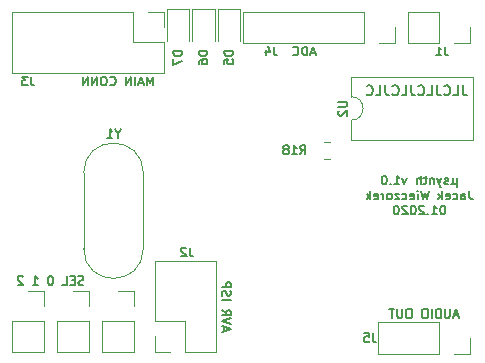
<source format=gbr>
G04 #@! TF.GenerationSoftware,KiCad,Pcbnew,5.1.5*
G04 #@! TF.CreationDate,2020-04-28T14:05:52+02:00*
G04 #@! TF.ProjectId,avr-wave,6176722d-7761-4766-952e-6b696361645f,2*
G04 #@! TF.SameCoordinates,Original*
G04 #@! TF.FileFunction,Legend,Bot*
G04 #@! TF.FilePolarity,Positive*
%FSLAX46Y46*%
G04 Gerber Fmt 4.6, Leading zero omitted, Abs format (unit mm)*
G04 Created by KiCad (PCBNEW 5.1.5) date 2020-04-28 14:05:52*
%MOMM*%
%LPD*%
G04 APERTURE LIST*
%ADD10C,0.150000*%
%ADD11C,0.120000*%
%ADD12C,0.100000*%
%ADD13C,1.602000*%
%ADD14O,1.702000X1.702000*%
%ADD15R,1.702000X1.702000*%
%ADD16O,1.802000X1.802000*%
%ADD17R,1.802000X1.802000*%
G04 APERTURE END LIST*
D10*
X158726190Y-66734523D02*
X158726190Y-67341666D01*
X158766666Y-67463095D01*
X158847619Y-67544047D01*
X158969047Y-67584523D01*
X159050000Y-67584523D01*
X157916666Y-67584523D02*
X158321428Y-67584523D01*
X158321428Y-66734523D01*
X157147619Y-67503571D02*
X157188095Y-67544047D01*
X157309523Y-67584523D01*
X157390476Y-67584523D01*
X157511904Y-67544047D01*
X157592857Y-67463095D01*
X157633333Y-67382142D01*
X157673809Y-67220238D01*
X157673809Y-67098809D01*
X157633333Y-66936904D01*
X157592857Y-66855952D01*
X157511904Y-66775000D01*
X157390476Y-66734523D01*
X157309523Y-66734523D01*
X157188095Y-66775000D01*
X157147619Y-66815476D01*
X156540476Y-66734523D02*
X156540476Y-67341666D01*
X156580952Y-67463095D01*
X156661904Y-67544047D01*
X156783333Y-67584523D01*
X156864285Y-67584523D01*
X155730952Y-67584523D02*
X156135714Y-67584523D01*
X156135714Y-66734523D01*
X154961904Y-67503571D02*
X155002380Y-67544047D01*
X155123809Y-67584523D01*
X155204761Y-67584523D01*
X155326190Y-67544047D01*
X155407142Y-67463095D01*
X155447619Y-67382142D01*
X155488095Y-67220238D01*
X155488095Y-67098809D01*
X155447619Y-66936904D01*
X155407142Y-66855952D01*
X155326190Y-66775000D01*
X155204761Y-66734523D01*
X155123809Y-66734523D01*
X155002380Y-66775000D01*
X154961904Y-66815476D01*
X154354761Y-66734523D02*
X154354761Y-67341666D01*
X154395238Y-67463095D01*
X154476190Y-67544047D01*
X154597619Y-67584523D01*
X154678571Y-67584523D01*
X153545238Y-67584523D02*
X153950000Y-67584523D01*
X153950000Y-66734523D01*
X152776190Y-67503571D02*
X152816666Y-67544047D01*
X152938095Y-67584523D01*
X153019047Y-67584523D01*
X153140476Y-67544047D01*
X153221428Y-67463095D01*
X153261904Y-67382142D01*
X153302380Y-67220238D01*
X153302380Y-67098809D01*
X153261904Y-66936904D01*
X153221428Y-66855952D01*
X153140476Y-66775000D01*
X153019047Y-66734523D01*
X152938095Y-66734523D01*
X152816666Y-66775000D01*
X152776190Y-66815476D01*
X152169047Y-66734523D02*
X152169047Y-67341666D01*
X152209523Y-67463095D01*
X152290476Y-67544047D01*
X152411904Y-67584523D01*
X152492857Y-67584523D01*
X151359523Y-67584523D02*
X151764285Y-67584523D01*
X151764285Y-66734523D01*
X150590476Y-67503571D02*
X150630952Y-67544047D01*
X150752380Y-67584523D01*
X150833333Y-67584523D01*
X150954761Y-67544047D01*
X151035714Y-67463095D01*
X151076190Y-67382142D01*
X151116666Y-67220238D01*
X151116666Y-67098809D01*
X151076190Y-66936904D01*
X151035714Y-66855952D01*
X150954761Y-66775000D01*
X150833333Y-66734523D01*
X150752380Y-66734523D01*
X150630952Y-66775000D01*
X150590476Y-66815476D01*
X126610714Y-83615571D02*
X126503571Y-83651285D01*
X126325000Y-83651285D01*
X126253571Y-83615571D01*
X126217857Y-83579857D01*
X126182142Y-83508428D01*
X126182142Y-83437000D01*
X126217857Y-83365571D01*
X126253571Y-83329857D01*
X126325000Y-83294142D01*
X126467857Y-83258428D01*
X126539285Y-83222714D01*
X126575000Y-83187000D01*
X126610714Y-83115571D01*
X126610714Y-83044142D01*
X126575000Y-82972714D01*
X126539285Y-82937000D01*
X126467857Y-82901285D01*
X126289285Y-82901285D01*
X126182142Y-82937000D01*
X125860714Y-83258428D02*
X125610714Y-83258428D01*
X125503571Y-83651285D02*
X125860714Y-83651285D01*
X125860714Y-82901285D01*
X125503571Y-82901285D01*
X124825000Y-83651285D02*
X125182142Y-83651285D01*
X125182142Y-82901285D01*
X123860714Y-82901285D02*
X123789285Y-82901285D01*
X123717857Y-82937000D01*
X123682142Y-82972714D01*
X123646428Y-83044142D01*
X123610714Y-83187000D01*
X123610714Y-83365571D01*
X123646428Y-83508428D01*
X123682142Y-83579857D01*
X123717857Y-83615571D01*
X123789285Y-83651285D01*
X123860714Y-83651285D01*
X123932142Y-83615571D01*
X123967857Y-83579857D01*
X124003571Y-83508428D01*
X124039285Y-83365571D01*
X124039285Y-83187000D01*
X124003571Y-83044142D01*
X123967857Y-82972714D01*
X123932142Y-82937000D01*
X123860714Y-82901285D01*
X122325000Y-83651285D02*
X122753571Y-83651285D01*
X122539285Y-83651285D02*
X122539285Y-82901285D01*
X122610714Y-83008428D01*
X122682142Y-83079857D01*
X122753571Y-83115571D01*
X121467857Y-82972714D02*
X121432142Y-82937000D01*
X121360714Y-82901285D01*
X121182142Y-82901285D01*
X121110714Y-82937000D01*
X121075000Y-82972714D01*
X121039285Y-83044142D01*
X121039285Y-83115571D01*
X121075000Y-83222714D01*
X121503571Y-83651285D01*
X121039285Y-83651285D01*
X132522142Y-66760285D02*
X132522142Y-66010285D01*
X132272142Y-66546000D01*
X132022142Y-66010285D01*
X132022142Y-66760285D01*
X131700714Y-66546000D02*
X131343571Y-66546000D01*
X131772142Y-66760285D02*
X131522142Y-66010285D01*
X131272142Y-66760285D01*
X131022142Y-66760285D02*
X131022142Y-66010285D01*
X130665000Y-66760285D02*
X130665000Y-66010285D01*
X130236428Y-66760285D01*
X130236428Y-66010285D01*
X128879285Y-66688857D02*
X128915000Y-66724571D01*
X129022142Y-66760285D01*
X129093571Y-66760285D01*
X129200714Y-66724571D01*
X129272142Y-66653142D01*
X129307857Y-66581714D01*
X129343571Y-66438857D01*
X129343571Y-66331714D01*
X129307857Y-66188857D01*
X129272142Y-66117428D01*
X129200714Y-66046000D01*
X129093571Y-66010285D01*
X129022142Y-66010285D01*
X128915000Y-66046000D01*
X128879285Y-66081714D01*
X128415000Y-66010285D02*
X128272142Y-66010285D01*
X128200714Y-66046000D01*
X128129285Y-66117428D01*
X128093571Y-66260285D01*
X128093571Y-66510285D01*
X128129285Y-66653142D01*
X128200714Y-66724571D01*
X128272142Y-66760285D01*
X128415000Y-66760285D01*
X128486428Y-66724571D01*
X128557857Y-66653142D01*
X128593571Y-66510285D01*
X128593571Y-66260285D01*
X128557857Y-66117428D01*
X128486428Y-66046000D01*
X128415000Y-66010285D01*
X127772142Y-66760285D02*
X127772142Y-66010285D01*
X127343571Y-66760285D01*
X127343571Y-66010285D01*
X126986428Y-66760285D02*
X126986428Y-66010285D01*
X126557857Y-66760285D01*
X126557857Y-66010285D01*
X146216571Y-64006000D02*
X145859428Y-64006000D01*
X146288000Y-64220285D02*
X146038000Y-63470285D01*
X145788000Y-64220285D01*
X145538000Y-64220285D02*
X145538000Y-63470285D01*
X145359428Y-63470285D01*
X145252285Y-63506000D01*
X145180857Y-63577428D01*
X145145142Y-63648857D01*
X145109428Y-63791714D01*
X145109428Y-63898857D01*
X145145142Y-64041714D01*
X145180857Y-64113142D01*
X145252285Y-64184571D01*
X145359428Y-64220285D01*
X145538000Y-64220285D01*
X144359428Y-64148857D02*
X144395142Y-64184571D01*
X144502285Y-64220285D01*
X144573714Y-64220285D01*
X144680857Y-64184571D01*
X144752285Y-64113142D01*
X144788000Y-64041714D01*
X144823714Y-63898857D01*
X144823714Y-63791714D01*
X144788000Y-63648857D01*
X144752285Y-63577428D01*
X144680857Y-63506000D01*
X144573714Y-63470285D01*
X144502285Y-63470285D01*
X144395142Y-63506000D01*
X144359428Y-63541714D01*
X158323000Y-86231000D02*
X157965857Y-86231000D01*
X158394428Y-86445285D02*
X158144428Y-85695285D01*
X157894428Y-86445285D01*
X157644428Y-85695285D02*
X157644428Y-86302428D01*
X157608714Y-86373857D01*
X157573000Y-86409571D01*
X157501571Y-86445285D01*
X157358714Y-86445285D01*
X157287285Y-86409571D01*
X157251571Y-86373857D01*
X157215857Y-86302428D01*
X157215857Y-85695285D01*
X156858714Y-86445285D02*
X156858714Y-85695285D01*
X156680142Y-85695285D01*
X156573000Y-85731000D01*
X156501571Y-85802428D01*
X156465857Y-85873857D01*
X156430142Y-86016714D01*
X156430142Y-86123857D01*
X156465857Y-86266714D01*
X156501571Y-86338142D01*
X156573000Y-86409571D01*
X156680142Y-86445285D01*
X156858714Y-86445285D01*
X156108714Y-86445285D02*
X156108714Y-85695285D01*
X155608714Y-85695285D02*
X155465857Y-85695285D01*
X155394428Y-85731000D01*
X155323000Y-85802428D01*
X155287285Y-85945285D01*
X155287285Y-86195285D01*
X155323000Y-86338142D01*
X155394428Y-86409571D01*
X155465857Y-86445285D01*
X155608714Y-86445285D01*
X155680142Y-86409571D01*
X155751571Y-86338142D01*
X155787285Y-86195285D01*
X155787285Y-85945285D01*
X155751571Y-85802428D01*
X155680142Y-85731000D01*
X155608714Y-85695285D01*
X154251571Y-85695285D02*
X154108714Y-85695285D01*
X154037285Y-85731000D01*
X153965857Y-85802428D01*
X153930142Y-85945285D01*
X153930142Y-86195285D01*
X153965857Y-86338142D01*
X154037285Y-86409571D01*
X154108714Y-86445285D01*
X154251571Y-86445285D01*
X154323000Y-86409571D01*
X154394428Y-86338142D01*
X154430142Y-86195285D01*
X154430142Y-85945285D01*
X154394428Y-85802428D01*
X154323000Y-85731000D01*
X154251571Y-85695285D01*
X153608714Y-85695285D02*
X153608714Y-86302428D01*
X153573000Y-86373857D01*
X153537285Y-86409571D01*
X153465857Y-86445285D01*
X153323000Y-86445285D01*
X153251571Y-86409571D01*
X153215857Y-86373857D01*
X153180142Y-86302428D01*
X153180142Y-85695285D01*
X152930142Y-85695285D02*
X152501571Y-85695285D01*
X152715857Y-86445285D02*
X152715857Y-85695285D01*
X138559000Y-87542428D02*
X138559000Y-87185285D01*
X138344714Y-87613857D02*
X139094714Y-87363857D01*
X138344714Y-87113857D01*
X139094714Y-86971000D02*
X138344714Y-86721000D01*
X139094714Y-86471000D01*
X138344714Y-85792428D02*
X138701857Y-86042428D01*
X138344714Y-86221000D02*
X139094714Y-86221000D01*
X139094714Y-85935285D01*
X139059000Y-85863857D01*
X139023285Y-85828142D01*
X138951857Y-85792428D01*
X138844714Y-85792428D01*
X138773285Y-85828142D01*
X138737571Y-85863857D01*
X138701857Y-85935285D01*
X138701857Y-86221000D01*
X138344714Y-84899571D02*
X139094714Y-84899571D01*
X138380428Y-84578142D02*
X138344714Y-84471000D01*
X138344714Y-84292428D01*
X138380428Y-84221000D01*
X138416142Y-84185285D01*
X138487571Y-84149571D01*
X138559000Y-84149571D01*
X138630428Y-84185285D01*
X138666142Y-84221000D01*
X138701857Y-84292428D01*
X138737571Y-84435285D01*
X138773285Y-84506714D01*
X138809000Y-84542428D01*
X138880428Y-84578142D01*
X138951857Y-84578142D01*
X139023285Y-84542428D01*
X139059000Y-84506714D01*
X139094714Y-84435285D01*
X139094714Y-84256714D01*
X139059000Y-84149571D01*
X138344714Y-83828142D02*
X139094714Y-83828142D01*
X139094714Y-83542428D01*
X139059000Y-83471000D01*
X139023285Y-83435285D01*
X138951857Y-83399571D01*
X138844714Y-83399571D01*
X138773285Y-83435285D01*
X138737571Y-83471000D01*
X138701857Y-83542428D01*
X138701857Y-83828142D01*
X158227714Y-74637285D02*
X158227714Y-75387285D01*
X157870571Y-75030142D02*
X157834857Y-75101571D01*
X157763428Y-75137285D01*
X158227714Y-75030142D02*
X158192000Y-75101571D01*
X158120571Y-75137285D01*
X157977714Y-75137285D01*
X157906285Y-75101571D01*
X157870571Y-75030142D01*
X157870571Y-74637285D01*
X157477714Y-75101571D02*
X157406285Y-75137285D01*
X157263428Y-75137285D01*
X157192000Y-75101571D01*
X157156285Y-75030142D01*
X157156285Y-74994428D01*
X157192000Y-74923000D01*
X157263428Y-74887285D01*
X157370571Y-74887285D01*
X157442000Y-74851571D01*
X157477714Y-74780142D01*
X157477714Y-74744428D01*
X157442000Y-74673000D01*
X157370571Y-74637285D01*
X157263428Y-74637285D01*
X157192000Y-74673000D01*
X156906285Y-74637285D02*
X156727714Y-75137285D01*
X156549142Y-74637285D02*
X156727714Y-75137285D01*
X156799142Y-75315857D01*
X156834857Y-75351571D01*
X156906285Y-75387285D01*
X156263428Y-74637285D02*
X156263428Y-75137285D01*
X156263428Y-74708714D02*
X156227714Y-74673000D01*
X156156285Y-74637285D01*
X156049142Y-74637285D01*
X155977714Y-74673000D01*
X155942000Y-74744428D01*
X155942000Y-75137285D01*
X155692000Y-74637285D02*
X155406285Y-74637285D01*
X155584857Y-74387285D02*
X155584857Y-75030142D01*
X155549142Y-75101571D01*
X155477714Y-75137285D01*
X155406285Y-75137285D01*
X155156285Y-75137285D02*
X155156285Y-74387285D01*
X154834857Y-75137285D02*
X154834857Y-74744428D01*
X154870571Y-74673000D01*
X154942000Y-74637285D01*
X155049142Y-74637285D01*
X155120571Y-74673000D01*
X155156285Y-74708714D01*
X153977714Y-74637285D02*
X153799142Y-75137285D01*
X153620571Y-74637285D01*
X152942000Y-75137285D02*
X153370571Y-75137285D01*
X153156285Y-75137285D02*
X153156285Y-74387285D01*
X153227714Y-74494428D01*
X153299142Y-74565857D01*
X153370571Y-74601571D01*
X152620571Y-75065857D02*
X152584857Y-75101571D01*
X152620571Y-75137285D01*
X152656285Y-75101571D01*
X152620571Y-75065857D01*
X152620571Y-75137285D01*
X152120571Y-74387285D02*
X152049142Y-74387285D01*
X151977714Y-74423000D01*
X151942000Y-74458714D01*
X151906285Y-74530142D01*
X151870571Y-74673000D01*
X151870571Y-74851571D01*
X151906285Y-74994428D01*
X151942000Y-75065857D01*
X151977714Y-75101571D01*
X152049142Y-75137285D01*
X152120571Y-75137285D01*
X152192000Y-75101571D01*
X152227714Y-75065857D01*
X152263428Y-74994428D01*
X152299142Y-74851571D01*
X152299142Y-74673000D01*
X152263428Y-74530142D01*
X152227714Y-74458714D01*
X152192000Y-74423000D01*
X152120571Y-74387285D01*
X159281285Y-75662285D02*
X159281285Y-76198000D01*
X159317000Y-76305142D01*
X159388428Y-76376571D01*
X159495571Y-76412285D01*
X159567000Y-76412285D01*
X158602714Y-76412285D02*
X158602714Y-76019428D01*
X158638428Y-75948000D01*
X158709857Y-75912285D01*
X158852714Y-75912285D01*
X158924142Y-75948000D01*
X158602714Y-76376571D02*
X158674142Y-76412285D01*
X158852714Y-76412285D01*
X158924142Y-76376571D01*
X158959857Y-76305142D01*
X158959857Y-76233714D01*
X158924142Y-76162285D01*
X158852714Y-76126571D01*
X158674142Y-76126571D01*
X158602714Y-76090857D01*
X157924142Y-76376571D02*
X157995571Y-76412285D01*
X158138428Y-76412285D01*
X158209857Y-76376571D01*
X158245571Y-76340857D01*
X158281285Y-76269428D01*
X158281285Y-76055142D01*
X158245571Y-75983714D01*
X158209857Y-75948000D01*
X158138428Y-75912285D01*
X157995571Y-75912285D01*
X157924142Y-75948000D01*
X157317000Y-76376571D02*
X157388428Y-76412285D01*
X157531285Y-76412285D01*
X157602714Y-76376571D01*
X157638428Y-76305142D01*
X157638428Y-76019428D01*
X157602714Y-75948000D01*
X157531285Y-75912285D01*
X157388428Y-75912285D01*
X157317000Y-75948000D01*
X157281285Y-76019428D01*
X157281285Y-76090857D01*
X157638428Y-76162285D01*
X156959857Y-76412285D02*
X156959857Y-75662285D01*
X156888428Y-76126571D02*
X156674142Y-76412285D01*
X156674142Y-75912285D02*
X156959857Y-76198000D01*
X155852714Y-75662285D02*
X155674142Y-76412285D01*
X155531285Y-75876571D01*
X155388428Y-76412285D01*
X155209857Y-75662285D01*
X154924142Y-76412285D02*
X154924142Y-75912285D01*
X154924142Y-75662285D02*
X154959857Y-75698000D01*
X154924142Y-75733714D01*
X154888428Y-75698000D01*
X154924142Y-75662285D01*
X154924142Y-75733714D01*
X154281285Y-76376571D02*
X154352714Y-76412285D01*
X154495571Y-76412285D01*
X154567000Y-76376571D01*
X154602714Y-76305142D01*
X154602714Y-76019428D01*
X154567000Y-75948000D01*
X154495571Y-75912285D01*
X154352714Y-75912285D01*
X154281285Y-75948000D01*
X154245571Y-76019428D01*
X154245571Y-76090857D01*
X154602714Y-76162285D01*
X153602714Y-76376571D02*
X153674142Y-76412285D01*
X153817000Y-76412285D01*
X153888428Y-76376571D01*
X153924142Y-76340857D01*
X153959857Y-76269428D01*
X153959857Y-76055142D01*
X153924142Y-75983714D01*
X153888428Y-75948000D01*
X153817000Y-75912285D01*
X153674142Y-75912285D01*
X153602714Y-75948000D01*
X153352714Y-75912285D02*
X152959857Y-75912285D01*
X153352714Y-76412285D01*
X152959857Y-76412285D01*
X152567000Y-76412285D02*
X152638428Y-76376571D01*
X152674142Y-76340857D01*
X152709857Y-76269428D01*
X152709857Y-76055142D01*
X152674142Y-75983714D01*
X152638428Y-75948000D01*
X152567000Y-75912285D01*
X152459857Y-75912285D01*
X152388428Y-75948000D01*
X152352714Y-75983714D01*
X152317000Y-76055142D01*
X152317000Y-76269428D01*
X152352714Y-76340857D01*
X152388428Y-76376571D01*
X152459857Y-76412285D01*
X152567000Y-76412285D01*
X151995571Y-76412285D02*
X151995571Y-75912285D01*
X151995571Y-76055142D02*
X151959857Y-75983714D01*
X151924142Y-75948000D01*
X151852714Y-75912285D01*
X151781285Y-75912285D01*
X151245571Y-76376571D02*
X151317000Y-76412285D01*
X151459857Y-76412285D01*
X151531285Y-76376571D01*
X151567000Y-76305142D01*
X151567000Y-76019428D01*
X151531285Y-75948000D01*
X151459857Y-75912285D01*
X151317000Y-75912285D01*
X151245571Y-75948000D01*
X151209857Y-76019428D01*
X151209857Y-76090857D01*
X151567000Y-76162285D01*
X150888428Y-76412285D02*
X150888428Y-75662285D01*
X150817000Y-76126571D02*
X150602714Y-76412285D01*
X150602714Y-75912285D02*
X150888428Y-76198000D01*
X157067000Y-76937285D02*
X156995571Y-76937285D01*
X156924142Y-76973000D01*
X156888428Y-77008714D01*
X156852714Y-77080142D01*
X156817000Y-77223000D01*
X156817000Y-77401571D01*
X156852714Y-77544428D01*
X156888428Y-77615857D01*
X156924142Y-77651571D01*
X156995571Y-77687285D01*
X157067000Y-77687285D01*
X157138428Y-77651571D01*
X157174142Y-77615857D01*
X157209857Y-77544428D01*
X157245571Y-77401571D01*
X157245571Y-77223000D01*
X157209857Y-77080142D01*
X157174142Y-77008714D01*
X157138428Y-76973000D01*
X157067000Y-76937285D01*
X156102714Y-77687285D02*
X156531285Y-77687285D01*
X156317000Y-77687285D02*
X156317000Y-76937285D01*
X156388428Y-77044428D01*
X156459857Y-77115857D01*
X156531285Y-77151571D01*
X155781285Y-77615857D02*
X155745571Y-77651571D01*
X155781285Y-77687285D01*
X155817000Y-77651571D01*
X155781285Y-77615857D01*
X155781285Y-77687285D01*
X155459857Y-77008714D02*
X155424142Y-76973000D01*
X155352714Y-76937285D01*
X155174142Y-76937285D01*
X155102714Y-76973000D01*
X155067000Y-77008714D01*
X155031285Y-77080142D01*
X155031285Y-77151571D01*
X155067000Y-77258714D01*
X155495571Y-77687285D01*
X155031285Y-77687285D01*
X154567000Y-76937285D02*
X154495571Y-76937285D01*
X154424142Y-76973000D01*
X154388428Y-77008714D01*
X154352714Y-77080142D01*
X154317000Y-77223000D01*
X154317000Y-77401571D01*
X154352714Y-77544428D01*
X154388428Y-77615857D01*
X154424142Y-77651571D01*
X154495571Y-77687285D01*
X154567000Y-77687285D01*
X154638428Y-77651571D01*
X154674142Y-77615857D01*
X154709857Y-77544428D01*
X154745571Y-77401571D01*
X154745571Y-77223000D01*
X154709857Y-77080142D01*
X154674142Y-77008714D01*
X154638428Y-76973000D01*
X154567000Y-76937285D01*
X154031285Y-77008714D02*
X153995571Y-76973000D01*
X153924142Y-76937285D01*
X153745571Y-76937285D01*
X153674142Y-76973000D01*
X153638428Y-77008714D01*
X153602714Y-77080142D01*
X153602714Y-77151571D01*
X153638428Y-77258714D01*
X154067000Y-77687285D01*
X153602714Y-77687285D01*
X153138428Y-76937285D02*
X153067000Y-76937285D01*
X152995571Y-76973000D01*
X152959857Y-77008714D01*
X152924142Y-77080142D01*
X152888428Y-77223000D01*
X152888428Y-77401571D01*
X152924142Y-77544428D01*
X152959857Y-77615857D01*
X152995571Y-77651571D01*
X153067000Y-77687285D01*
X153138428Y-77687285D01*
X153209857Y-77651571D01*
X153245571Y-77615857D01*
X153281285Y-77544428D01*
X153317000Y-77401571D01*
X153317000Y-77223000D01*
X153281285Y-77080142D01*
X153245571Y-77008714D01*
X153209857Y-76973000D01*
X153138428Y-76937285D01*
D11*
X147508578Y-72960000D02*
X146991422Y-72960000D01*
X147508578Y-71540000D02*
X146991422Y-71540000D01*
X135580000Y-60291000D02*
X135580000Y-62976000D01*
X133660000Y-60291000D02*
X135580000Y-60291000D01*
X133660000Y-62976000D02*
X133660000Y-60291000D01*
X137739000Y-60291000D02*
X137739000Y-62976000D01*
X135819000Y-60291000D02*
X137739000Y-60291000D01*
X135819000Y-62976000D02*
X135819000Y-60291000D01*
X139898000Y-60291000D02*
X139898000Y-62976000D01*
X137978000Y-60291000D02*
X139898000Y-60291000D01*
X137978000Y-62976000D02*
X137978000Y-60291000D01*
X131684000Y-80570000D02*
G75*
G02X126634000Y-80570000I-2525000J0D01*
G01*
X131684000Y-74170000D02*
G75*
G03X126634000Y-74170000I-2525000J0D01*
G01*
X131684000Y-74170000D02*
X131684000Y-80570000D01*
X126634000Y-74170000D02*
X126634000Y-80570000D01*
X149292000Y-71357000D02*
X149292000Y-69707000D01*
X159572000Y-71357000D02*
X149292000Y-71357000D01*
X159572000Y-66057000D02*
X159572000Y-71357000D01*
X149292000Y-66057000D02*
X159572000Y-66057000D01*
X149292000Y-67707000D02*
X149292000Y-66057000D01*
X149292000Y-69707000D02*
G75*
G03X149292000Y-67707000I0J1000000D01*
G01*
X159318000Y-63179000D02*
X159318000Y-61849000D01*
X157988000Y-63179000D02*
X159318000Y-63179000D01*
X156718000Y-63179000D02*
X156718000Y-60519000D01*
X156718000Y-60519000D02*
X154118000Y-60519000D01*
X156718000Y-63179000D02*
X154118000Y-63179000D01*
X154118000Y-63179000D02*
X154118000Y-60519000D01*
X159318000Y-89468000D02*
X159318000Y-88138000D01*
X157988000Y-89468000D02*
X159318000Y-89468000D01*
X156718000Y-89468000D02*
X156718000Y-86808000D01*
X156718000Y-86808000D02*
X151578000Y-86808000D01*
X156718000Y-89468000D02*
X151578000Y-89468000D01*
X151578000Y-89468000D02*
X151578000Y-86808000D01*
X152968000Y-63179000D02*
X152968000Y-61849000D01*
X151638000Y-63179000D02*
X152968000Y-63179000D01*
X150368000Y-63179000D02*
X150368000Y-60519000D01*
X150368000Y-60519000D02*
X140148000Y-60519000D01*
X150368000Y-63179000D02*
X140148000Y-63179000D01*
X140148000Y-63179000D02*
X140148000Y-60519000D01*
X133410000Y-61849000D02*
X133410000Y-60519000D01*
X133410000Y-60519000D02*
X132080000Y-60519000D01*
X133410000Y-63119000D02*
X130810000Y-63119000D01*
X130810000Y-63119000D02*
X130810000Y-60519000D01*
X130810000Y-60519000D02*
X120590000Y-60519000D01*
X120590000Y-65719000D02*
X120590000Y-60519000D01*
X133410000Y-65719000D02*
X120590000Y-65719000D01*
X133410000Y-65719000D02*
X133410000Y-63119000D01*
X132655000Y-89341000D02*
X133985000Y-89341000D01*
X132655000Y-88011000D02*
X132655000Y-89341000D01*
X135255000Y-89341000D02*
X137855000Y-89341000D01*
X135255000Y-86741000D02*
X135255000Y-89341000D01*
X132655000Y-86741000D02*
X135255000Y-86741000D01*
X137855000Y-89341000D02*
X137855000Y-81601000D01*
X132655000Y-86741000D02*
X132655000Y-81601000D01*
X132655000Y-81601000D02*
X137855000Y-81601000D01*
X130870000Y-84141000D02*
X129540000Y-84141000D01*
X130870000Y-85471000D02*
X130870000Y-84141000D01*
X130870000Y-86741000D02*
X128210000Y-86741000D01*
X128210000Y-86741000D02*
X128210000Y-89341000D01*
X130870000Y-86741000D02*
X130870000Y-89341000D01*
X130870000Y-89341000D02*
X128210000Y-89341000D01*
X127060000Y-84141000D02*
X125730000Y-84141000D01*
X127060000Y-85471000D02*
X127060000Y-84141000D01*
X127060000Y-86741000D02*
X124400000Y-86741000D01*
X124400000Y-86741000D02*
X124400000Y-89341000D01*
X127060000Y-86741000D02*
X127060000Y-89341000D01*
X127060000Y-89341000D02*
X124400000Y-89341000D01*
X123250000Y-84141000D02*
X121920000Y-84141000D01*
X123250000Y-85471000D02*
X123250000Y-84141000D01*
X123250000Y-86741000D02*
X120590000Y-86741000D01*
X120590000Y-86741000D02*
X120590000Y-89341000D01*
X123250000Y-86741000D02*
X123250000Y-89341000D01*
X123250000Y-89341000D02*
X120590000Y-89341000D01*
D10*
X144982142Y-72589285D02*
X145232142Y-72232142D01*
X145410714Y-72589285D02*
X145410714Y-71839285D01*
X145125000Y-71839285D01*
X145053571Y-71875000D01*
X145017857Y-71910714D01*
X144982142Y-71982142D01*
X144982142Y-72089285D01*
X145017857Y-72160714D01*
X145053571Y-72196428D01*
X145125000Y-72232142D01*
X145410714Y-72232142D01*
X144267857Y-72589285D02*
X144696428Y-72589285D01*
X144482142Y-72589285D02*
X144482142Y-71839285D01*
X144553571Y-71946428D01*
X144625000Y-72017857D01*
X144696428Y-72053571D01*
X143839285Y-72160714D02*
X143910714Y-72125000D01*
X143946428Y-72089285D01*
X143982142Y-72017857D01*
X143982142Y-71982142D01*
X143946428Y-71910714D01*
X143910714Y-71875000D01*
X143839285Y-71839285D01*
X143696428Y-71839285D01*
X143625000Y-71875000D01*
X143589285Y-71910714D01*
X143553571Y-71982142D01*
X143553571Y-72017857D01*
X143589285Y-72089285D01*
X143625000Y-72125000D01*
X143696428Y-72160714D01*
X143839285Y-72160714D01*
X143910714Y-72196428D01*
X143946428Y-72232142D01*
X143982142Y-72303571D01*
X143982142Y-72446428D01*
X143946428Y-72517857D01*
X143910714Y-72553571D01*
X143839285Y-72589285D01*
X143696428Y-72589285D01*
X143625000Y-72553571D01*
X143589285Y-72517857D01*
X143553571Y-72446428D01*
X143553571Y-72303571D01*
X143589285Y-72232142D01*
X143625000Y-72196428D01*
X143696428Y-72160714D01*
X134959285Y-63835428D02*
X134209285Y-63835428D01*
X134209285Y-64014000D01*
X134245000Y-64121142D01*
X134316428Y-64192571D01*
X134387857Y-64228285D01*
X134530714Y-64264000D01*
X134637857Y-64264000D01*
X134780714Y-64228285D01*
X134852142Y-64192571D01*
X134923571Y-64121142D01*
X134959285Y-64014000D01*
X134959285Y-63835428D01*
X134209285Y-64514000D02*
X134209285Y-65014000D01*
X134959285Y-64692571D01*
X137118285Y-63835428D02*
X136368285Y-63835428D01*
X136368285Y-64014000D01*
X136404000Y-64121142D01*
X136475428Y-64192571D01*
X136546857Y-64228285D01*
X136689714Y-64264000D01*
X136796857Y-64264000D01*
X136939714Y-64228285D01*
X137011142Y-64192571D01*
X137082571Y-64121142D01*
X137118285Y-64014000D01*
X137118285Y-63835428D01*
X136368285Y-64906857D02*
X136368285Y-64764000D01*
X136404000Y-64692571D01*
X136439714Y-64656857D01*
X136546857Y-64585428D01*
X136689714Y-64549714D01*
X136975428Y-64549714D01*
X137046857Y-64585428D01*
X137082571Y-64621142D01*
X137118285Y-64692571D01*
X137118285Y-64835428D01*
X137082571Y-64906857D01*
X137046857Y-64942571D01*
X136975428Y-64978285D01*
X136796857Y-64978285D01*
X136725428Y-64942571D01*
X136689714Y-64906857D01*
X136654000Y-64835428D01*
X136654000Y-64692571D01*
X136689714Y-64621142D01*
X136725428Y-64585428D01*
X136796857Y-64549714D01*
X139277285Y-63835428D02*
X138527285Y-63835428D01*
X138527285Y-64014000D01*
X138563000Y-64121142D01*
X138634428Y-64192571D01*
X138705857Y-64228285D01*
X138848714Y-64264000D01*
X138955857Y-64264000D01*
X139098714Y-64228285D01*
X139170142Y-64192571D01*
X139241571Y-64121142D01*
X139277285Y-64014000D01*
X139277285Y-63835428D01*
X138527285Y-64942571D02*
X138527285Y-64585428D01*
X138884428Y-64549714D01*
X138848714Y-64585428D01*
X138813000Y-64656857D01*
X138813000Y-64835428D01*
X138848714Y-64906857D01*
X138884428Y-64942571D01*
X138955857Y-64978285D01*
X139134428Y-64978285D01*
X139205857Y-64942571D01*
X139241571Y-64906857D01*
X139277285Y-64835428D01*
X139277285Y-64656857D01*
X139241571Y-64585428D01*
X139205857Y-64549714D01*
X129516142Y-70848142D02*
X129516142Y-71205285D01*
X129766142Y-70455285D02*
X129516142Y-70848142D01*
X129266142Y-70455285D01*
X128623285Y-71205285D02*
X129051857Y-71205285D01*
X128837571Y-71205285D02*
X128837571Y-70455285D01*
X128909000Y-70562428D01*
X128980428Y-70633857D01*
X129051857Y-70669571D01*
X148179285Y-68135571D02*
X148786428Y-68135571D01*
X148857857Y-68171285D01*
X148893571Y-68207000D01*
X148929285Y-68278428D01*
X148929285Y-68421285D01*
X148893571Y-68492714D01*
X148857857Y-68528428D01*
X148786428Y-68564142D01*
X148179285Y-68564142D01*
X148250714Y-68885571D02*
X148215000Y-68921285D01*
X148179285Y-68992714D01*
X148179285Y-69171285D01*
X148215000Y-69242714D01*
X148250714Y-69278428D01*
X148322142Y-69314142D01*
X148393571Y-69314142D01*
X148500714Y-69278428D01*
X148929285Y-68849857D01*
X148929285Y-69314142D01*
X157222000Y-63470285D02*
X157222000Y-64006000D01*
X157257714Y-64113142D01*
X157329142Y-64184571D01*
X157436285Y-64220285D01*
X157507714Y-64220285D01*
X156472000Y-64220285D02*
X156900571Y-64220285D01*
X156686285Y-64220285D02*
X156686285Y-63470285D01*
X156757714Y-63577428D01*
X156829142Y-63648857D01*
X156900571Y-63684571D01*
X151126000Y-87727285D02*
X151126000Y-88263000D01*
X151161714Y-88370142D01*
X151233142Y-88441571D01*
X151340285Y-88477285D01*
X151411714Y-88477285D01*
X150411714Y-87727285D02*
X150768857Y-87727285D01*
X150804571Y-88084428D01*
X150768857Y-88048714D01*
X150697428Y-88013000D01*
X150518857Y-88013000D01*
X150447428Y-88048714D01*
X150411714Y-88084428D01*
X150376000Y-88155857D01*
X150376000Y-88334428D01*
X150411714Y-88405857D01*
X150447428Y-88441571D01*
X150518857Y-88477285D01*
X150697428Y-88477285D01*
X150768857Y-88441571D01*
X150804571Y-88405857D01*
X142744000Y-63470285D02*
X142744000Y-64006000D01*
X142779714Y-64113142D01*
X142851142Y-64184571D01*
X142958285Y-64220285D01*
X143029714Y-64220285D01*
X142065428Y-63720285D02*
X142065428Y-64220285D01*
X142244000Y-63434571D02*
X142422571Y-63970285D01*
X141958285Y-63970285D01*
X122170000Y-66010285D02*
X122170000Y-66546000D01*
X122205714Y-66653142D01*
X122277142Y-66724571D01*
X122384285Y-66760285D01*
X122455714Y-66760285D01*
X121884285Y-66010285D02*
X121420000Y-66010285D01*
X121670000Y-66296000D01*
X121562857Y-66296000D01*
X121491428Y-66331714D01*
X121455714Y-66367428D01*
X121420000Y-66438857D01*
X121420000Y-66617428D01*
X121455714Y-66688857D01*
X121491428Y-66724571D01*
X121562857Y-66760285D01*
X121777142Y-66760285D01*
X121848571Y-66724571D01*
X121884285Y-66688857D01*
X135632000Y-80488285D02*
X135632000Y-81024000D01*
X135667714Y-81131142D01*
X135739142Y-81202571D01*
X135846285Y-81238285D01*
X135917714Y-81238285D01*
X135310571Y-80559714D02*
X135274857Y-80524000D01*
X135203428Y-80488285D01*
X135024857Y-80488285D01*
X134953428Y-80524000D01*
X134917714Y-80559714D01*
X134882000Y-80631142D01*
X134882000Y-80702571D01*
X134917714Y-80809714D01*
X135346285Y-81238285D01*
X134882000Y-81238285D01*
%LPC*%
D12*
G36*
X146608141Y-71500297D02*
G01*
X146634278Y-71504174D01*
X146659909Y-71510594D01*
X146684788Y-71519495D01*
X146708674Y-71530793D01*
X146731337Y-71544377D01*
X146752560Y-71560117D01*
X146772139Y-71577861D01*
X146789883Y-71597440D01*
X146805623Y-71618663D01*
X146819207Y-71641326D01*
X146830505Y-71665212D01*
X146839406Y-71690091D01*
X146845826Y-71715722D01*
X146849703Y-71741859D01*
X146851000Y-71768250D01*
X146851000Y-72731750D01*
X146849703Y-72758141D01*
X146845826Y-72784278D01*
X146839406Y-72809909D01*
X146830505Y-72834788D01*
X146819207Y-72858674D01*
X146805623Y-72881337D01*
X146789883Y-72902560D01*
X146772139Y-72922139D01*
X146752560Y-72939883D01*
X146731337Y-72955623D01*
X146708674Y-72969207D01*
X146684788Y-72980505D01*
X146659909Y-72989406D01*
X146634278Y-72995826D01*
X146608141Y-72999703D01*
X146581750Y-73001000D01*
X146043250Y-73001000D01*
X146016859Y-72999703D01*
X145990722Y-72995826D01*
X145965091Y-72989406D01*
X145940212Y-72980505D01*
X145916326Y-72969207D01*
X145893663Y-72955623D01*
X145872440Y-72939883D01*
X145852861Y-72922139D01*
X145835117Y-72902560D01*
X145819377Y-72881337D01*
X145805793Y-72858674D01*
X145794495Y-72834788D01*
X145785594Y-72809909D01*
X145779174Y-72784278D01*
X145775297Y-72758141D01*
X145774000Y-72731750D01*
X145774000Y-71768250D01*
X145775297Y-71741859D01*
X145779174Y-71715722D01*
X145785594Y-71690091D01*
X145794495Y-71665212D01*
X145805793Y-71641326D01*
X145819377Y-71618663D01*
X145835117Y-71597440D01*
X145852861Y-71577861D01*
X145872440Y-71560117D01*
X145893663Y-71544377D01*
X145916326Y-71530793D01*
X145940212Y-71519495D01*
X145965091Y-71510594D01*
X145990722Y-71504174D01*
X146016859Y-71500297D01*
X146043250Y-71499000D01*
X146581750Y-71499000D01*
X146608141Y-71500297D01*
G37*
G36*
X148483141Y-71500297D02*
G01*
X148509278Y-71504174D01*
X148534909Y-71510594D01*
X148559788Y-71519495D01*
X148583674Y-71530793D01*
X148606337Y-71544377D01*
X148627560Y-71560117D01*
X148647139Y-71577861D01*
X148664883Y-71597440D01*
X148680623Y-71618663D01*
X148694207Y-71641326D01*
X148705505Y-71665212D01*
X148714406Y-71690091D01*
X148720826Y-71715722D01*
X148724703Y-71741859D01*
X148726000Y-71768250D01*
X148726000Y-72731750D01*
X148724703Y-72758141D01*
X148720826Y-72784278D01*
X148714406Y-72809909D01*
X148705505Y-72834788D01*
X148694207Y-72858674D01*
X148680623Y-72881337D01*
X148664883Y-72902560D01*
X148647139Y-72922139D01*
X148627560Y-72939883D01*
X148606337Y-72955623D01*
X148583674Y-72969207D01*
X148559788Y-72980505D01*
X148534909Y-72989406D01*
X148509278Y-72995826D01*
X148483141Y-72999703D01*
X148456750Y-73001000D01*
X147918250Y-73001000D01*
X147891859Y-72999703D01*
X147865722Y-72995826D01*
X147840091Y-72989406D01*
X147815212Y-72980505D01*
X147791326Y-72969207D01*
X147768663Y-72955623D01*
X147747440Y-72939883D01*
X147727861Y-72922139D01*
X147710117Y-72902560D01*
X147694377Y-72881337D01*
X147680793Y-72858674D01*
X147669495Y-72834788D01*
X147660594Y-72809909D01*
X147654174Y-72784278D01*
X147650297Y-72758141D01*
X147649000Y-72731750D01*
X147649000Y-71768250D01*
X147650297Y-71741859D01*
X147654174Y-71715722D01*
X147660594Y-71690091D01*
X147669495Y-71665212D01*
X147680793Y-71641326D01*
X147694377Y-71618663D01*
X147710117Y-71597440D01*
X147727861Y-71577861D01*
X147747440Y-71560117D01*
X147768663Y-71544377D01*
X147791326Y-71530793D01*
X147815212Y-71519495D01*
X147840091Y-71510594D01*
X147865722Y-71504174D01*
X147891859Y-71500297D01*
X147918250Y-71499000D01*
X148456750Y-71499000D01*
X148483141Y-71500297D01*
G37*
G36*
X135128141Y-62376297D02*
G01*
X135154278Y-62380174D01*
X135179909Y-62386594D01*
X135204788Y-62395495D01*
X135228674Y-62406793D01*
X135251337Y-62420377D01*
X135272560Y-62436117D01*
X135292139Y-62453861D01*
X135309883Y-62473440D01*
X135325623Y-62494663D01*
X135339207Y-62517326D01*
X135350505Y-62541212D01*
X135359406Y-62566091D01*
X135365826Y-62591722D01*
X135369703Y-62617859D01*
X135371000Y-62644250D01*
X135371000Y-63182750D01*
X135369703Y-63209141D01*
X135365826Y-63235278D01*
X135359406Y-63260909D01*
X135350505Y-63285788D01*
X135339207Y-63309674D01*
X135325623Y-63332337D01*
X135309883Y-63353560D01*
X135292139Y-63373139D01*
X135272560Y-63390883D01*
X135251337Y-63406623D01*
X135228674Y-63420207D01*
X135204788Y-63431505D01*
X135179909Y-63440406D01*
X135154278Y-63446826D01*
X135128141Y-63450703D01*
X135101750Y-63452000D01*
X134138250Y-63452000D01*
X134111859Y-63450703D01*
X134085722Y-63446826D01*
X134060091Y-63440406D01*
X134035212Y-63431505D01*
X134011326Y-63420207D01*
X133988663Y-63406623D01*
X133967440Y-63390883D01*
X133947861Y-63373139D01*
X133930117Y-63353560D01*
X133914377Y-63332337D01*
X133900793Y-63309674D01*
X133889495Y-63285788D01*
X133880594Y-63260909D01*
X133874174Y-63235278D01*
X133870297Y-63209141D01*
X133869000Y-63182750D01*
X133869000Y-62644250D01*
X133870297Y-62617859D01*
X133874174Y-62591722D01*
X133880594Y-62566091D01*
X133889495Y-62541212D01*
X133900793Y-62517326D01*
X133914377Y-62494663D01*
X133930117Y-62473440D01*
X133947861Y-62453861D01*
X133967440Y-62436117D01*
X133988663Y-62420377D01*
X134011326Y-62406793D01*
X134035212Y-62395495D01*
X134060091Y-62386594D01*
X134085722Y-62380174D01*
X134111859Y-62376297D01*
X134138250Y-62375000D01*
X135101750Y-62375000D01*
X135128141Y-62376297D01*
G37*
G36*
X135128141Y-60501297D02*
G01*
X135154278Y-60505174D01*
X135179909Y-60511594D01*
X135204788Y-60520495D01*
X135228674Y-60531793D01*
X135251337Y-60545377D01*
X135272560Y-60561117D01*
X135292139Y-60578861D01*
X135309883Y-60598440D01*
X135325623Y-60619663D01*
X135339207Y-60642326D01*
X135350505Y-60666212D01*
X135359406Y-60691091D01*
X135365826Y-60716722D01*
X135369703Y-60742859D01*
X135371000Y-60769250D01*
X135371000Y-61307750D01*
X135369703Y-61334141D01*
X135365826Y-61360278D01*
X135359406Y-61385909D01*
X135350505Y-61410788D01*
X135339207Y-61434674D01*
X135325623Y-61457337D01*
X135309883Y-61478560D01*
X135292139Y-61498139D01*
X135272560Y-61515883D01*
X135251337Y-61531623D01*
X135228674Y-61545207D01*
X135204788Y-61556505D01*
X135179909Y-61565406D01*
X135154278Y-61571826D01*
X135128141Y-61575703D01*
X135101750Y-61577000D01*
X134138250Y-61577000D01*
X134111859Y-61575703D01*
X134085722Y-61571826D01*
X134060091Y-61565406D01*
X134035212Y-61556505D01*
X134011326Y-61545207D01*
X133988663Y-61531623D01*
X133967440Y-61515883D01*
X133947861Y-61498139D01*
X133930117Y-61478560D01*
X133914377Y-61457337D01*
X133900793Y-61434674D01*
X133889495Y-61410788D01*
X133880594Y-61385909D01*
X133874174Y-61360278D01*
X133870297Y-61334141D01*
X133869000Y-61307750D01*
X133869000Y-60769250D01*
X133870297Y-60742859D01*
X133874174Y-60716722D01*
X133880594Y-60691091D01*
X133889495Y-60666212D01*
X133900793Y-60642326D01*
X133914377Y-60619663D01*
X133930117Y-60598440D01*
X133947861Y-60578861D01*
X133967440Y-60561117D01*
X133988663Y-60545377D01*
X134011326Y-60531793D01*
X134035212Y-60520495D01*
X134060091Y-60511594D01*
X134085722Y-60505174D01*
X134111859Y-60501297D01*
X134138250Y-60500000D01*
X135101750Y-60500000D01*
X135128141Y-60501297D01*
G37*
G36*
X137287141Y-62376297D02*
G01*
X137313278Y-62380174D01*
X137338909Y-62386594D01*
X137363788Y-62395495D01*
X137387674Y-62406793D01*
X137410337Y-62420377D01*
X137431560Y-62436117D01*
X137451139Y-62453861D01*
X137468883Y-62473440D01*
X137484623Y-62494663D01*
X137498207Y-62517326D01*
X137509505Y-62541212D01*
X137518406Y-62566091D01*
X137524826Y-62591722D01*
X137528703Y-62617859D01*
X137530000Y-62644250D01*
X137530000Y-63182750D01*
X137528703Y-63209141D01*
X137524826Y-63235278D01*
X137518406Y-63260909D01*
X137509505Y-63285788D01*
X137498207Y-63309674D01*
X137484623Y-63332337D01*
X137468883Y-63353560D01*
X137451139Y-63373139D01*
X137431560Y-63390883D01*
X137410337Y-63406623D01*
X137387674Y-63420207D01*
X137363788Y-63431505D01*
X137338909Y-63440406D01*
X137313278Y-63446826D01*
X137287141Y-63450703D01*
X137260750Y-63452000D01*
X136297250Y-63452000D01*
X136270859Y-63450703D01*
X136244722Y-63446826D01*
X136219091Y-63440406D01*
X136194212Y-63431505D01*
X136170326Y-63420207D01*
X136147663Y-63406623D01*
X136126440Y-63390883D01*
X136106861Y-63373139D01*
X136089117Y-63353560D01*
X136073377Y-63332337D01*
X136059793Y-63309674D01*
X136048495Y-63285788D01*
X136039594Y-63260909D01*
X136033174Y-63235278D01*
X136029297Y-63209141D01*
X136028000Y-63182750D01*
X136028000Y-62644250D01*
X136029297Y-62617859D01*
X136033174Y-62591722D01*
X136039594Y-62566091D01*
X136048495Y-62541212D01*
X136059793Y-62517326D01*
X136073377Y-62494663D01*
X136089117Y-62473440D01*
X136106861Y-62453861D01*
X136126440Y-62436117D01*
X136147663Y-62420377D01*
X136170326Y-62406793D01*
X136194212Y-62395495D01*
X136219091Y-62386594D01*
X136244722Y-62380174D01*
X136270859Y-62376297D01*
X136297250Y-62375000D01*
X137260750Y-62375000D01*
X137287141Y-62376297D01*
G37*
G36*
X137287141Y-60501297D02*
G01*
X137313278Y-60505174D01*
X137338909Y-60511594D01*
X137363788Y-60520495D01*
X137387674Y-60531793D01*
X137410337Y-60545377D01*
X137431560Y-60561117D01*
X137451139Y-60578861D01*
X137468883Y-60598440D01*
X137484623Y-60619663D01*
X137498207Y-60642326D01*
X137509505Y-60666212D01*
X137518406Y-60691091D01*
X137524826Y-60716722D01*
X137528703Y-60742859D01*
X137530000Y-60769250D01*
X137530000Y-61307750D01*
X137528703Y-61334141D01*
X137524826Y-61360278D01*
X137518406Y-61385909D01*
X137509505Y-61410788D01*
X137498207Y-61434674D01*
X137484623Y-61457337D01*
X137468883Y-61478560D01*
X137451139Y-61498139D01*
X137431560Y-61515883D01*
X137410337Y-61531623D01*
X137387674Y-61545207D01*
X137363788Y-61556505D01*
X137338909Y-61565406D01*
X137313278Y-61571826D01*
X137287141Y-61575703D01*
X137260750Y-61577000D01*
X136297250Y-61577000D01*
X136270859Y-61575703D01*
X136244722Y-61571826D01*
X136219091Y-61565406D01*
X136194212Y-61556505D01*
X136170326Y-61545207D01*
X136147663Y-61531623D01*
X136126440Y-61515883D01*
X136106861Y-61498139D01*
X136089117Y-61478560D01*
X136073377Y-61457337D01*
X136059793Y-61434674D01*
X136048495Y-61410788D01*
X136039594Y-61385909D01*
X136033174Y-61360278D01*
X136029297Y-61334141D01*
X136028000Y-61307750D01*
X136028000Y-60769250D01*
X136029297Y-60742859D01*
X136033174Y-60716722D01*
X136039594Y-60691091D01*
X136048495Y-60666212D01*
X136059793Y-60642326D01*
X136073377Y-60619663D01*
X136089117Y-60598440D01*
X136106861Y-60578861D01*
X136126440Y-60561117D01*
X136147663Y-60545377D01*
X136170326Y-60531793D01*
X136194212Y-60520495D01*
X136219091Y-60511594D01*
X136244722Y-60505174D01*
X136270859Y-60501297D01*
X136297250Y-60500000D01*
X137260750Y-60500000D01*
X137287141Y-60501297D01*
G37*
G36*
X139446141Y-62376297D02*
G01*
X139472278Y-62380174D01*
X139497909Y-62386594D01*
X139522788Y-62395495D01*
X139546674Y-62406793D01*
X139569337Y-62420377D01*
X139590560Y-62436117D01*
X139610139Y-62453861D01*
X139627883Y-62473440D01*
X139643623Y-62494663D01*
X139657207Y-62517326D01*
X139668505Y-62541212D01*
X139677406Y-62566091D01*
X139683826Y-62591722D01*
X139687703Y-62617859D01*
X139689000Y-62644250D01*
X139689000Y-63182750D01*
X139687703Y-63209141D01*
X139683826Y-63235278D01*
X139677406Y-63260909D01*
X139668505Y-63285788D01*
X139657207Y-63309674D01*
X139643623Y-63332337D01*
X139627883Y-63353560D01*
X139610139Y-63373139D01*
X139590560Y-63390883D01*
X139569337Y-63406623D01*
X139546674Y-63420207D01*
X139522788Y-63431505D01*
X139497909Y-63440406D01*
X139472278Y-63446826D01*
X139446141Y-63450703D01*
X139419750Y-63452000D01*
X138456250Y-63452000D01*
X138429859Y-63450703D01*
X138403722Y-63446826D01*
X138378091Y-63440406D01*
X138353212Y-63431505D01*
X138329326Y-63420207D01*
X138306663Y-63406623D01*
X138285440Y-63390883D01*
X138265861Y-63373139D01*
X138248117Y-63353560D01*
X138232377Y-63332337D01*
X138218793Y-63309674D01*
X138207495Y-63285788D01*
X138198594Y-63260909D01*
X138192174Y-63235278D01*
X138188297Y-63209141D01*
X138187000Y-63182750D01*
X138187000Y-62644250D01*
X138188297Y-62617859D01*
X138192174Y-62591722D01*
X138198594Y-62566091D01*
X138207495Y-62541212D01*
X138218793Y-62517326D01*
X138232377Y-62494663D01*
X138248117Y-62473440D01*
X138265861Y-62453861D01*
X138285440Y-62436117D01*
X138306663Y-62420377D01*
X138329326Y-62406793D01*
X138353212Y-62395495D01*
X138378091Y-62386594D01*
X138403722Y-62380174D01*
X138429859Y-62376297D01*
X138456250Y-62375000D01*
X139419750Y-62375000D01*
X139446141Y-62376297D01*
G37*
G36*
X139446141Y-60501297D02*
G01*
X139472278Y-60505174D01*
X139497909Y-60511594D01*
X139522788Y-60520495D01*
X139546674Y-60531793D01*
X139569337Y-60545377D01*
X139590560Y-60561117D01*
X139610139Y-60578861D01*
X139627883Y-60598440D01*
X139643623Y-60619663D01*
X139657207Y-60642326D01*
X139668505Y-60666212D01*
X139677406Y-60691091D01*
X139683826Y-60716722D01*
X139687703Y-60742859D01*
X139689000Y-60769250D01*
X139689000Y-61307750D01*
X139687703Y-61334141D01*
X139683826Y-61360278D01*
X139677406Y-61385909D01*
X139668505Y-61410788D01*
X139657207Y-61434674D01*
X139643623Y-61457337D01*
X139627883Y-61478560D01*
X139610139Y-61498139D01*
X139590560Y-61515883D01*
X139569337Y-61531623D01*
X139546674Y-61545207D01*
X139522788Y-61556505D01*
X139497909Y-61565406D01*
X139472278Y-61571826D01*
X139446141Y-61575703D01*
X139419750Y-61577000D01*
X138456250Y-61577000D01*
X138429859Y-61575703D01*
X138403722Y-61571826D01*
X138378091Y-61565406D01*
X138353212Y-61556505D01*
X138329326Y-61545207D01*
X138306663Y-61531623D01*
X138285440Y-61515883D01*
X138265861Y-61498139D01*
X138248117Y-61478560D01*
X138232377Y-61457337D01*
X138218793Y-61434674D01*
X138207495Y-61410788D01*
X138198594Y-61385909D01*
X138192174Y-61360278D01*
X138188297Y-61334141D01*
X138187000Y-61307750D01*
X138187000Y-60769250D01*
X138188297Y-60742859D01*
X138192174Y-60716722D01*
X138198594Y-60691091D01*
X138207495Y-60666212D01*
X138218793Y-60642326D01*
X138232377Y-60619663D01*
X138248117Y-60598440D01*
X138265861Y-60578861D01*
X138285440Y-60561117D01*
X138306663Y-60545377D01*
X138329326Y-60531793D01*
X138353212Y-60520495D01*
X138378091Y-60511594D01*
X138403722Y-60505174D01*
X138429859Y-60501297D01*
X138456250Y-60500000D01*
X139419750Y-60500000D01*
X139446141Y-60501297D01*
G37*
D13*
X129159000Y-79810000D03*
X129159000Y-74930000D03*
D14*
X150622000Y-72517000D03*
X158242000Y-64897000D03*
X153162000Y-72517000D03*
X155702000Y-64897000D03*
X155702000Y-72517000D03*
X153162000Y-64897000D03*
X158242000Y-72517000D03*
D15*
X150622000Y-64897000D03*
D16*
X155448000Y-61849000D03*
D17*
X157988000Y-61849000D03*
D16*
X152908000Y-88138000D03*
X155448000Y-88138000D03*
D17*
X157988000Y-88138000D03*
D16*
X141478000Y-61849000D03*
X144018000Y-61849000D03*
X146558000Y-61849000D03*
X149098000Y-61849000D03*
D17*
X151638000Y-61849000D03*
D16*
X121920000Y-64389000D03*
X121920000Y-61849000D03*
X124460000Y-64389000D03*
X124460000Y-61849000D03*
X127000000Y-64389000D03*
X127000000Y-61849000D03*
X129540000Y-64389000D03*
X129540000Y-61849000D03*
X132080000Y-64389000D03*
D17*
X132080000Y-61849000D03*
D16*
X136525000Y-82931000D03*
X133985000Y-82931000D03*
X136525000Y-85471000D03*
X133985000Y-85471000D03*
X136525000Y-88011000D03*
D17*
X133985000Y-88011000D03*
D16*
X129540000Y-88011000D03*
D17*
X129540000Y-85471000D03*
D16*
X125730000Y-88011000D03*
D17*
X125730000Y-85471000D03*
D16*
X121920000Y-88011000D03*
D17*
X121920000Y-85471000D03*
M02*

</source>
